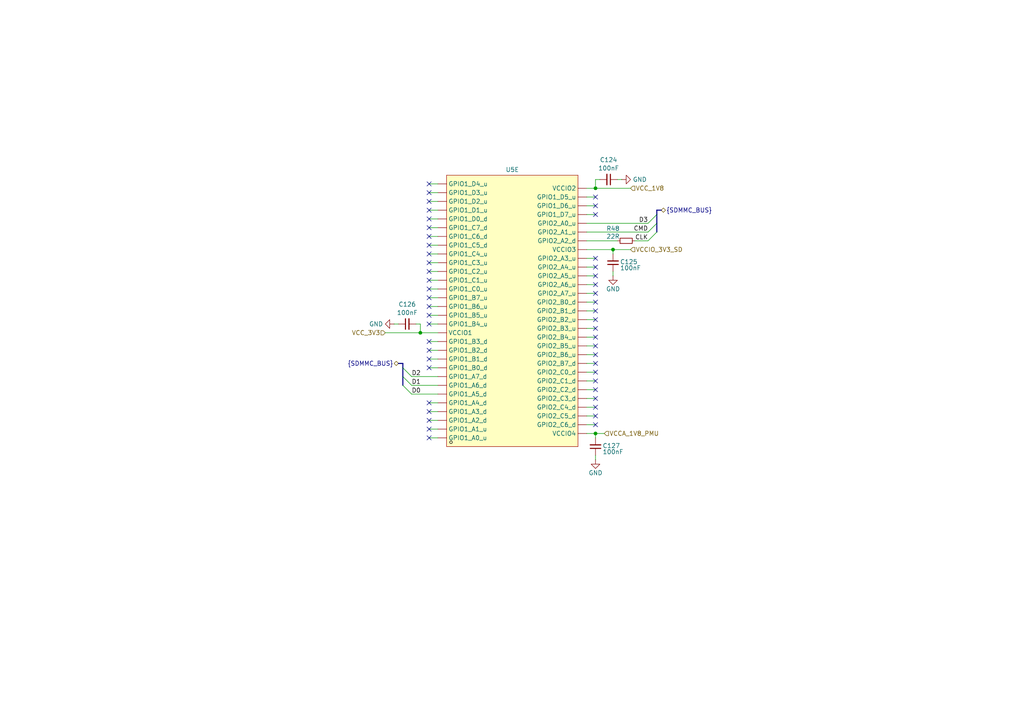
<source format=kicad_sch>
(kicad_sch (version 20250114) (generator "eeschema") (generator_version "9.0")
  (paper "A4")
  (title_block (title "VCCIO 1/2/3/4") (date "2025-11-23") (rev "1.0") (company "UVic Rocketry") (comment 1 "Author: Eric Handley"))
  (junction (at 121.92 96.52))
  (junction (at 172.72 125.73))
  (junction (at 172.72 54.61))
  (junction (at 177.8 72.39))
  (no_connect (at 172.72 74.93))
  (no_connect (at 172.72 120.65))
  (no_connect (at 124.46 81.28))
  (no_connect (at 124.46 83.82))
  (no_connect (at 124.46 76.2))
  (no_connect (at 172.72 110.49))
  (no_connect (at 172.72 123.19))
  (no_connect (at 124.46 124.46))
  (no_connect (at 172.72 100.33))
  (no_connect (at 124.46 55.88))
  (no_connect (at 124.46 71.12))
  (no_connect (at 124.46 106.68))
  (no_connect (at 124.46 68.58))
  (no_connect (at 124.46 119.38))
  (no_connect (at 172.72 87.63))
  (no_connect (at 124.46 93.98))
  (no_connect (at 172.72 77.47))
  (no_connect (at 172.72 85.09))
  (no_connect (at 124.46 116.84))
  (no_connect (at 124.46 53.34))
  (no_connect (at 124.46 86.36))
  (no_connect (at 172.72 80.01))
  (no_connect (at 124.46 66.04))
  (no_connect (at 124.46 104.14))
  (no_connect (at 172.72 92.71))
  (no_connect (at 172.72 105.41))
  (no_connect (at 124.46 78.74))
  (no_connect (at 172.72 107.95))
  (no_connect (at 172.72 90.17))
  (no_connect (at 124.46 58.42))
  (no_connect (at 172.72 62.23))
  (no_connect (at 172.72 97.79))
  (no_connect (at 124.46 91.44))
  (no_connect (at 124.46 88.9))
  (no_connect (at 172.72 57.15))
  (no_connect (at 172.72 113.03))
  (no_connect (at 172.72 102.87))
  (no_connect (at 124.46 63.5))
  (no_connect (at 172.72 95.25))
  (no_connect (at 124.46 99.06))
  (no_connect (at 172.72 118.11))
  (no_connect (at 124.46 101.6))
  (no_connect (at 124.46 121.92))
  (no_connect (at 172.72 115.57))
  (no_connect (at 124.46 127))
  (no_connect (at 172.72 82.55))
  (no_connect (at 124.46 73.66))
  (no_connect (at 124.46 60.96))
  (no_connect (at 172.72 59.69))
  (bus_entry (at 116.84 106.68) (size 2.54 2.54))
  (bus_entry (at 116.84 111.76) (size 2.54 2.54))
  (bus_entry (at 190.5 62.23) (size -2.54 2.54))
  (bus_entry (at 190.5 67.31) (size -2.54 2.54))
  (bus_entry (at 116.84 109.22) (size 2.54 2.54))
  (bus_entry (at 190.5 64.77) (size -2.54 2.54))
  (bus (pts (xy 190.5 64.77) (xy 190.5 67.31)))
  (wire (pts (xy 124.46 66.04) (xy 127 66.04)))
  (bus (pts (xy 116.84 109.22) (xy 116.84 111.76)))
  (wire (pts (xy 124.46 106.68) (xy 127 106.68)))
  (wire (pts (xy 124.46 55.88) (xy 127 55.88)))
  (wire (pts (xy 173.99 52.07) (xy 172.72 52.07)))
  (wire (pts (xy 172.72 123.19) (xy 170.18 123.19)))
  (wire (pts (xy 124.46 119.38) (xy 127 119.38)))
  (wire (pts (xy 177.8 72.39) (xy 182.88 72.39)))
  (wire (pts (xy 177.8 78.74) (xy 177.8 80.01)))
  (bus (pts (xy 115.57 105.41) (xy 116.84 105.41)))
  (wire (pts (xy 172.72 132.08) (xy 172.72 133.35)))
  (wire (pts (xy 124.46 83.82) (xy 127 83.82)))
  (wire (pts (xy 124.46 60.96) (xy 127 60.96)))
  (wire (pts (xy 119.38 111.76) (xy 127 111.76)))
  (wire (pts (xy 170.18 64.77) (xy 187.96 64.77)))
  (bus (pts (xy 190.5 60.96) (xy 190.5 62.23)))
  (wire (pts (xy 172.72 74.93) (xy 170.18 74.93)))
  (bus (pts (xy 190.5 62.23) (xy 190.5 64.77)))
  (wire (pts (xy 172.72 92.71) (xy 170.18 92.71)))
  (wire (pts (xy 111.76 96.52) (xy 121.92 96.52)))
  (wire (pts (xy 172.72 110.49) (xy 170.18 110.49)))
  (wire (pts (xy 172.72 62.23) (xy 170.18 62.23)))
  (wire (pts (xy 172.72 125.73) (xy 175.26 125.73)))
  (wire (pts (xy 172.72 87.63) (xy 170.18 87.63)))
  (wire (pts (xy 121.92 96.52) (xy 127 96.52)))
  (wire (pts (xy 124.46 101.6) (xy 127 101.6)))
  (wire (pts (xy 124.46 73.66) (xy 127 73.66)))
  (wire (pts (xy 172.72 77.47) (xy 170.18 77.47)))
  (wire (pts (xy 170.18 69.85) (xy 179.07 69.85)))
  (bus (pts (xy 116.84 106.68) (xy 116.84 109.22)))
  (wire (pts (xy 124.46 71.12) (xy 127 71.12)))
  (wire (pts (xy 124.46 81.28) (xy 127 81.28)))
  (wire (pts (xy 172.72 97.79) (xy 170.18 97.79)))
  (wire (pts (xy 172.72 85.09) (xy 170.18 85.09)))
  (wire (pts (xy 172.72 52.07) (xy 172.72 54.61)))
  (wire (pts (xy 172.72 118.11) (xy 170.18 118.11)))
  (wire (pts (xy 170.18 72.39) (xy 177.8 72.39)))
  (wire (pts (xy 172.72 120.65) (xy 170.18 120.65)))
  (wire (pts (xy 170.18 125.73) (xy 172.72 125.73)))
  (wire (pts (xy 177.8 73.66) (xy 177.8 72.39)))
  (wire (pts (xy 179.07 52.07) (xy 180.34 52.07)))
  (wire (pts (xy 124.46 99.06) (xy 127 99.06)))
  (bus (pts (xy 116.84 105.41) (xy 116.84 106.68)))
  (wire (pts (xy 170.18 54.61) (xy 172.72 54.61)))
  (wire (pts (xy 172.72 90.17) (xy 170.18 90.17)))
  (wire (pts (xy 124.46 104.14) (xy 127 104.14)))
  (wire (pts (xy 172.72 57.15) (xy 170.18 57.15)))
  (wire (pts (xy 124.46 93.98) (xy 127 93.98)))
  (wire (pts (xy 172.72 113.03) (xy 170.18 113.03)))
  (wire (pts (xy 124.46 76.2) (xy 127 76.2)))
  (wire (pts (xy 172.72 107.95) (xy 170.18 107.95)))
  (wire (pts (xy 184.15 69.85) (xy 187.96 69.85)))
  (wire (pts (xy 115.57 93.98) (xy 114.3 93.98)))
  (wire (pts (xy 172.72 82.55) (xy 170.18 82.55)))
  (wire (pts (xy 119.38 109.22) (xy 127 109.22)))
  (wire (pts (xy 121.92 93.98) (xy 121.92 96.52)))
  (wire (pts (xy 172.72 105.41) (xy 170.18 105.41)))
  (wire (pts (xy 124.46 86.36) (xy 127 86.36)))
  (wire (pts (xy 124.46 78.74) (xy 127 78.74)))
  (wire (pts (xy 124.46 58.42) (xy 127 58.42)))
  (wire (pts (xy 119.38 114.3) (xy 127 114.3)))
  (bus (pts (xy 191.77 60.96) (xy 190.5 60.96)))
  (wire (pts (xy 172.72 59.69) (xy 170.18 59.69)))
  (wire (pts (xy 124.46 124.46) (xy 127 124.46)))
  (wire (pts (xy 124.46 116.84) (xy 127 116.84)))
  (wire (pts (xy 124.46 53.34) (xy 127 53.34)))
  (wire (pts (xy 172.72 54.61) (xy 182.88 54.61)))
  (wire (pts (xy 124.46 121.92) (xy 127 121.92)))
  (wire (pts (xy 172.72 102.87) (xy 170.18 102.87)))
  (wire (pts (xy 170.18 67.31) (xy 187.96 67.31)))
  (wire (pts (xy 124.46 63.5) (xy 127 63.5)))
  (wire (pts (xy 124.46 127) (xy 127 127)))
  (wire (pts (xy 120.65 93.98) (xy 121.92 93.98)))
  (wire (pts (xy 172.72 100.33) (xy 170.18 100.33)))
  (wire (pts (xy 124.46 68.58) (xy 127 68.58)))
  (wire (pts (xy 172.72 80.01) (xy 170.18 80.01)))
  (wire (pts (xy 172.72 95.25) (xy 170.18 95.25)))
  (wire (pts (xy 124.46 88.9) (xy 127 88.9)))
  (wire (pts (xy 172.72 125.73) (xy 172.72 127)))
  (wire (pts (xy 172.72 115.57) (xy 170.18 115.57)))
  (wire (pts (xy 124.46 91.44) (xy 127 91.44)))
  (label "D0" (at 119.38 114.3 0))
  (label "D1" (at 119.38 111.76 0))
  (label "CLK" (at 187.96 69.85 180))
  (label "D2" (at 119.38 109.22 0))
  (label "CMD" (at 187.96 67.31 180))
  (label "D3" (at 187.96 64.77 180))
  (hierarchical_label "VCCA_1V8_PMU" (shape input) (at 175.26 125.73 0))
  (hierarchical_label "VCC_1V8" (shape input) (at 182.88 54.61 0))
  (hierarchical_label "VCC_3V3" (shape input) (at 111.76 96.52 180))
  (hierarchical_label "{SDMMC_BUS}" (shape bidirectional) (at 115.57 105.41 180))
  (hierarchical_label "VCCIO_3V3_SD" (shape input) (at 182.88 72.39 0))
  (hierarchical_label "{SDMMC_BUS}" (shape bidirectional) (at 191.77 60.96 0))
  (symbol (lib_id "Device:R_Small") (at 181.61 69.85 270) (unit 1)
    (property "Reference" "R48" (at 177.8 66.294 90))
    (property "Value" "22R" (at 177.8 68.58 90))
    (property "Footprint" "Resistor_SMD:R_0402_1005Metric" (effects (hide yes)))
    (property "Description" "Resistor, small symbol" (effects (hide yes)))
    (property "LCSC PART NAME" "C25092" (effects (hide yes)))
  )
  (symbol (lib_name "C_Small_16") (lib_id "Device:C_Small") (at 177.8 76.2 180) (unit 1)
    (property "Reference" "C125" (at 179.832 75.9525 0) (effects (justify right)))
    (property "Value" "100nF" (at 179.832 77.724 0) (effects (justify right)))
    (property "Footprint" "Capacitor_SMD:C_0402_1005Metric" (effects (hide yes)))
    (property "Description" "Unpolarized capacitor, small symbol" (effects (hide yes)))
    (property "LCSC PART NAME" "C1525" (effects (hide yes)))
  )
  (symbol (lib_id "power:GND") (at 172.72 133.35 0) (unit 1)
    (property "Reference" "#PWR089" (effects (hide yes)))
    (property "Value" "GND" (at 170.688 137.16 0) (effects (justify left)))
    (property "Description" "Power symbol creates a global label with name \"GND\" , ground" (effects (hide yes)))
  )
  (symbol (lib_id "power:GND") (at 177.8 80.01 0) (unit 1)
    (property "Reference" "#PWR087" (effects (hide yes)))
    (property "Value" "GND" (at 175.768 83.82 0) (effects (justify left)))
    (property "Description" "Power symbol creates a global label with name \"GND\" , ground" (effects (hide yes)))
  )
  (symbol (lib_id "power:GND") (at 180.34 52.07 90) (unit 1)
    (property "Reference" "#PWR086" (effects (hide yes)))
    (property "Value" "GND" (at 187.6079 52.07 90) (effects (justify left)))
    (property "Description" "Power symbol creates a global label with name \"GND\" , ground" (effects (hide yes)))
  )
  (symbol (lib_name "C_Small_16") (lib_id "Device:C_Small") (at 118.11 93.98 90) (mirror x) (unit 1)
    (property "Reference" "C126" (at 118.1164 88.2734 90))
    (property "Value" "100nF" (at 118.1164 90.6977 90))
    (property "Footprint" "Capacitor_SMD:C_0402_1005Metric" (effects (hide yes)))
    (property "Description" "Unpolarized capacitor, small symbol" (effects (hide yes)))
    (property "LCSC PART NAME" "C1525" (effects (hide yes)))
  )
  (symbol (lib_name "C_Small_16") (lib_id "Device:C_Small") (at 176.53 52.07 270) (unit 1)
    (property "Reference" "C124" (at 176.5236 46.3634 90))
    (property "Value" "100nF" (at 176.5236 48.7877 90))
    (property "Footprint" "Capacitor_SMD:C_0402_1005Metric" (effects (hide yes)))
    (property "Description" "Unpolarized capacitor, small symbol" (effects (hide yes)))
    (property "LCSC PART NAME" "C1525" (effects (hide yes)))
  )
  (symbol (lib_name "root_0_RK3566__1") (lib_id "RK35661_RK3566-altium-import:root_0_RK3566_") (at 148.59 90.17 0) (mirror x) (unit 5)
    (property "Reference" "U5" (at 148.59 49.2069 0))
    (property "Value" "RK3566" (effects (hide yes)))
    (property "Footprint" "srad-camera-footprints:BGA-565_L15.5-W14.4-P0.40_RK3566_1" (effects (hide yes)))
    (property "SYMBOL" "RK3566" (effects (hide yes)))
    (property "DEVICE" "RK3566" (effects (hide yes)))
    (property "SUPPLIER PART" "C2943786" (effects (hide yes)))
    (property "MANUFACTURER" "Rockchip(瑞芯微)" (effects (hide yes)))
    (property "MANUFACTURER PART" "RK3566" (effects (hide yes)))
    (property "SUPPLIER FOOTPRINT" "BGA-565(15.5x14.4)" (effects (hide yes)))
    (property "JLCPCB PART CLASS" "Extended Part" (effects (hide yes)))
    (property "DATASHEET" "https://atta.szlcsc.com/upload/public/pdf/source/20240126/58C1D355804B22318A1D6A9C85EA3A92.pdf" (effects (hide yes)))
    (property "SUPPLIER" "LCSC" (effects (hide yes)))
    (property "ADD INTO BOM" "yes" (effects (hide yes)))
    (property "CONVERT TO PCB" "yes" (effects (hide yes)))
  )
  (symbol (lib_name "C_Small_16") (lib_id "Device:C_Small") (at 172.72 129.54 180) (unit 1)
    (property "Reference" "C127" (at 174.752 129.2925 0) (effects (justify right)))
    (property "Value" "100nF" (at 174.752 131.064 0) (effects (justify right)))
    (property "Footprint" "Capacitor_SMD:C_0402_1005Metric" (effects (hide yes)))
    (property "Description" "Unpolarized capacitor, small symbol" (effects (hide yes)))
    (property "LCSC PART NAME" "C1525" (effects (hide yes)))
  )
  (symbol (lib_id "power:GND") (at 114.3 93.98 270) (mirror x) (unit 1)
    (property "Reference" "#PWR088" (effects (hide yes)))
    (property "Value" "GND" (at 107.0321 93.98 90) (effects (justify left)))
    (property "Description" "Power symbol creates a global label with name \"GND\" , ground" (effects (hide yes)))
  )
)
</source>
